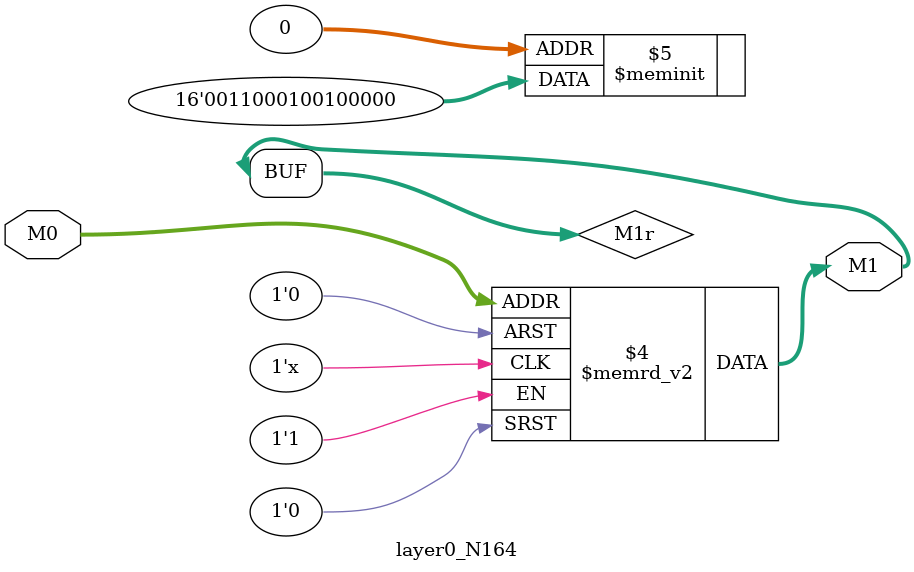
<source format=v>
module layer0_N164 ( input [2:0] M0, output [1:0] M1 );

	(*rom_style = "distributed" *) reg [1:0] M1r;
	assign M1 = M1r;
	always @ (M0) begin
		case (M0)
			3'b000: M1r = 2'b00;
			3'b100: M1r = 2'b01;
			3'b010: M1r = 2'b10;
			3'b110: M1r = 2'b11;
			3'b001: M1r = 2'b00;
			3'b101: M1r = 2'b00;
			3'b011: M1r = 2'b00;
			3'b111: M1r = 2'b00;

		endcase
	end
endmodule

</source>
